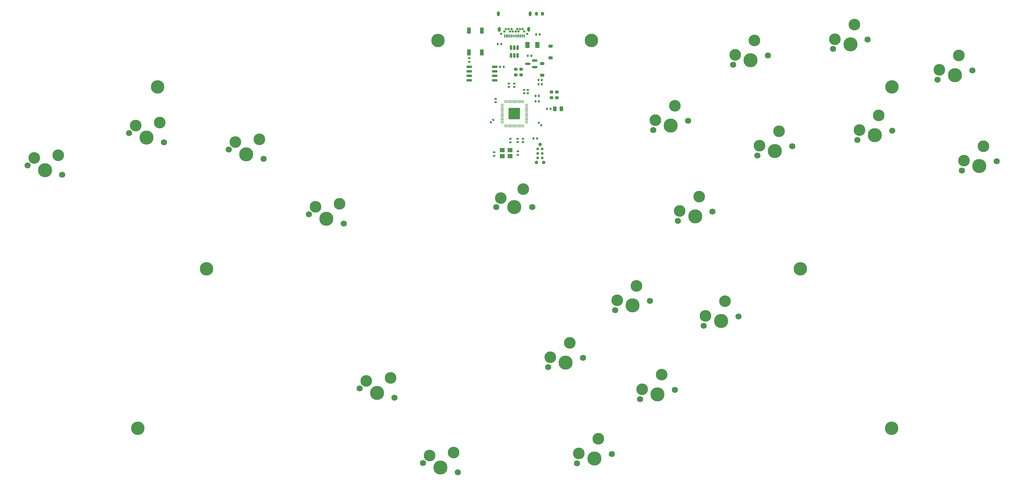
<source format=gts>
G04 #@! TF.GenerationSoftware,KiCad,Pcbnew,(7.0.0)*
G04 #@! TF.CreationDate,2023-03-17T02:18:55-07:00*
G04 #@! TF.ProjectId,OpenRectangle,4f70656e-5265-4637-9461-6e676c652e6b,rev?*
G04 #@! TF.SameCoordinates,Original*
G04 #@! TF.FileFunction,Soldermask,Top*
G04 #@! TF.FilePolarity,Negative*
%FSLAX46Y46*%
G04 Gerber Fmt 4.6, Leading zero omitted, Abs format (unit mm)*
G04 Created by KiCad (PCBNEW (7.0.0)) date 2023-03-17 02:18:55*
%MOMM*%
%LPD*%
G01*
G04 APERTURE LIST*
G04 Aperture macros list*
%AMRoundRect*
0 Rectangle with rounded corners*
0 $1 Rounding radius*
0 $2 $3 $4 $5 $6 $7 $8 $9 X,Y pos of 4 corners*
0 Add a 4 corners polygon primitive as box body*
4,1,4,$2,$3,$4,$5,$6,$7,$8,$9,$2,$3,0*
0 Add four circle primitives for the rounded corners*
1,1,$1+$1,$2,$3*
1,1,$1+$1,$4,$5*
1,1,$1+$1,$6,$7*
1,1,$1+$1,$8,$9*
0 Add four rect primitives between the rounded corners*
20,1,$1+$1,$2,$3,$4,$5,0*
20,1,$1+$1,$4,$5,$6,$7,0*
20,1,$1+$1,$6,$7,$8,$9,0*
20,1,$1+$1,$8,$9,$2,$3,0*%
G04 Aperture macros list end*
%ADD10C,3.800000*%
%ADD11C,1.750000*%
%ADD12C,3.987800*%
%ADD13R,1.100000X1.800000*%
%ADD14RoundRect,0.140000X0.170000X-0.140000X0.170000X0.140000X-0.170000X0.140000X-0.170000X-0.140000X0*%
%ADD15RoundRect,0.200000X-0.275000X0.200000X-0.275000X-0.200000X0.275000X-0.200000X0.275000X0.200000X0*%
%ADD16RoundRect,0.150000X0.587500X0.150000X-0.587500X0.150000X-0.587500X-0.150000X0.587500X-0.150000X0*%
%ADD17RoundRect,0.140000X0.140000X0.170000X-0.140000X0.170000X-0.140000X-0.170000X0.140000X-0.170000X0*%
%ADD18RoundRect,0.200000X0.275000X-0.200000X0.275000X0.200000X-0.275000X0.200000X-0.275000X-0.200000X0*%
%ADD19RoundRect,0.135000X-0.135000X-0.185000X0.135000X-0.185000X0.135000X0.185000X-0.135000X0.185000X0*%
%ADD20RoundRect,0.140000X-0.219203X-0.021213X-0.021213X-0.219203X0.219203X0.021213X0.021213X0.219203X0*%
%ADD21RoundRect,0.135000X0.135000X0.185000X-0.135000X0.185000X-0.135000X-0.185000X0.135000X-0.185000X0*%
%ADD22R,1.400000X1.200000*%
%ADD23RoundRect,0.140000X-0.021213X0.219203X-0.219203X0.021213X0.021213X-0.219203X0.219203X-0.021213X0*%
%ADD24RoundRect,0.250000X-0.375000X-0.625000X0.375000X-0.625000X0.375000X0.625000X-0.375000X0.625000X0*%
%ADD25RoundRect,0.225000X0.375000X-0.225000X0.375000X0.225000X-0.375000X0.225000X-0.375000X-0.225000X0*%
%ADD26RoundRect,0.200000X0.200000X0.275000X-0.200000X0.275000X-0.200000X-0.275000X0.200000X-0.275000X0*%
%ADD27RoundRect,0.140000X-0.140000X-0.170000X0.140000X-0.170000X0.140000X0.170000X-0.140000X0.170000X0*%
%ADD28RoundRect,0.243750X0.243750X0.456250X-0.243750X0.456250X-0.243750X-0.456250X0.243750X-0.456250X0*%
%ADD29RoundRect,0.135000X0.185000X-0.135000X0.185000X0.135000X-0.185000X0.135000X-0.185000X-0.135000X0*%
%ADD30RoundRect,0.140000X-0.170000X0.140000X-0.170000X-0.140000X0.170000X-0.140000X0.170000X0.140000X0*%
%ADD31RoundRect,0.135000X-0.185000X0.135000X-0.185000X-0.135000X0.185000X-0.135000X0.185000X0.135000X0*%
%ADD32C,0.990600*%
%ADD33C,0.787400*%
%ADD34RoundRect,0.050000X-0.387500X-0.050000X0.387500X-0.050000X0.387500X0.050000X-0.387500X0.050000X0*%
%ADD35RoundRect,0.050000X-0.050000X-0.387500X0.050000X-0.387500X0.050000X0.387500X-0.050000X0.387500X0*%
%ADD36RoundRect,0.144000X-1.456000X-1.456000X1.456000X-1.456000X1.456000X1.456000X-1.456000X1.456000X0*%
%ADD37RoundRect,0.150000X-0.150000X0.512500X-0.150000X-0.512500X0.150000X-0.512500X0.150000X0.512500X0*%
%ADD38C,0.650000*%
%ADD39R,0.300000X0.900000*%
%ADD40R,0.300000X0.700000*%
%ADD41O,0.800000X1.400000*%
%ADD42RoundRect,0.150000X-0.650000X-0.150000X0.650000X-0.150000X0.650000X0.150000X-0.650000X0.150000X0*%
%ADD43C,3.300000*%
G04 APERTURE END LIST*
D10*
X279275000Y-98760000D03*
X305060000Y-47313383D03*
D11*
X327742471Y-42697106D03*
D12*
X322835568Y-44011907D03*
D11*
X317928665Y-45326708D03*
X254489870Y-82578572D03*
D12*
X249582967Y-83893373D03*
D11*
X244676064Y-85208174D03*
X305158570Y-59663744D03*
D12*
X300251667Y-60978545D03*
D11*
X295344764Y-62293346D03*
X261782026Y-112162746D03*
D12*
X256875123Y-113477547D03*
D11*
X251968220Y-114792348D03*
D13*
X189459999Y-31399999D03*
X189459999Y-37599999D03*
X185759999Y-31399999D03*
X185759999Y-37599999D03*
D10*
X111765000Y-98760000D03*
D14*
X193344750Y-51676018D03*
X193344750Y-50716018D03*
D15*
X209030000Y-48780000D03*
X209030000Y-50430000D03*
D11*
X127836345Y-67688339D03*
D12*
X122929442Y-66373538D03*
D11*
X118022539Y-65058737D03*
X182618206Y-156222187D03*
D12*
X177711303Y-154907386D03*
D11*
X172804400Y-153592585D03*
X71102880Y-72186923D03*
D12*
X66195977Y-70872122D03*
D11*
X61289074Y-69557321D03*
X298262576Y-33994532D03*
D12*
X293355673Y-35309333D03*
D11*
X288448770Y-36624134D03*
D16*
X204290000Y-41770000D03*
X204290000Y-39870000D03*
X202415000Y-40820000D03*
D17*
X203380000Y-38580000D03*
X202420000Y-38580000D03*
D18*
X210570000Y-50430000D03*
X210570000Y-48780000D03*
D19*
X207820000Y-53510000D03*
X208840000Y-53510000D03*
D11*
X276999756Y-64128928D03*
D12*
X272092853Y-65443729D03*
D11*
X267185950Y-66758530D03*
X217983085Y-123898637D03*
D12*
X213076182Y-125213438D03*
D11*
X208169279Y-126528239D03*
D20*
X205546589Y-57476482D03*
X206225411Y-58155304D03*
D21*
X194940000Y-35230000D03*
X193920000Y-35230000D03*
D10*
X92395000Y-143800000D03*
D22*
X197393999Y-65189249D03*
X195193999Y-65189249D03*
X195193999Y-66889249D03*
X197393999Y-66889249D03*
D23*
X192668161Y-56698607D03*
X191989339Y-57377429D03*
D11*
X203658500Y-81326866D03*
D12*
X198578500Y-81326866D03*
D11*
X193498500Y-81326866D03*
D14*
X199567750Y-66535018D03*
X199567750Y-65575018D03*
D24*
X202310000Y-35460000D03*
X205110000Y-35460000D03*
D25*
X208830000Y-39130000D03*
X208830000Y-35830000D03*
D26*
X206520000Y-26720000D03*
X204870000Y-26720000D03*
D17*
X206400000Y-45425000D03*
X205440000Y-45425000D03*
D27*
X205440000Y-46625000D03*
X206400000Y-46625000D03*
D28*
X211895000Y-53500000D03*
X210020000Y-53500000D03*
D14*
X201345750Y-49136018D03*
X201345750Y-48176018D03*
D29*
X197437000Y-62993250D03*
X197437000Y-61973250D03*
D30*
X200993000Y-62003250D03*
X200993000Y-62963250D03*
D27*
X204577000Y-49910250D03*
X205537000Y-49910250D03*
D11*
X247594135Y-56910326D03*
D12*
X242687232Y-58225127D03*
D11*
X237780329Y-59539928D03*
D14*
X202361750Y-49136018D03*
X202361750Y-48176018D03*
D27*
X194620000Y-41640000D03*
X195580000Y-41640000D03*
D30*
X192865000Y-65829018D03*
X192865000Y-66789018D03*
D11*
X236815468Y-107794159D03*
D12*
X231908565Y-109108960D03*
D11*
X227001662Y-110423761D03*
X164784598Y-135118417D03*
D12*
X159877695Y-133803616D03*
D11*
X154970792Y-132488815D03*
D15*
X200540000Y-42315000D03*
X200540000Y-43965000D03*
D11*
X150458438Y-85927864D03*
D12*
X145551535Y-84613063D03*
D11*
X140644632Y-83298262D03*
D31*
X185850000Y-39210000D03*
X185850000Y-40230000D03*
D10*
X98000000Y-47313383D03*
D11*
X270103762Y-38459716D03*
D12*
X265196859Y-39774517D03*
D11*
X260289956Y-41089318D03*
X99741012Y-62982380D03*
D12*
X94834109Y-61667579D03*
D11*
X89927206Y-60352778D03*
D15*
X199010000Y-42315000D03*
X199010000Y-43965000D03*
D14*
X198580000Y-47342250D03*
X198580000Y-46382250D03*
D32*
X205850000Y-63580000D03*
X206866000Y-68660000D03*
X204834000Y-68660000D03*
D33*
X205215000Y-64850000D03*
X206485000Y-64850000D03*
X205215000Y-66120000D03*
X206485000Y-66120000D03*
X205215000Y-67390000D03*
X206485000Y-67390000D03*
D25*
X206450000Y-44060000D03*
X206450000Y-40760000D03*
D10*
X304995000Y-143800000D03*
D30*
X199469000Y-62003250D03*
X199469000Y-62963250D03*
D11*
X226054357Y-151021034D03*
D12*
X221147454Y-152335835D03*
D11*
X216240551Y-153650636D03*
D34*
X195142500Y-52295000D03*
X195142500Y-52695000D03*
X195142500Y-53095000D03*
X195142500Y-53495000D03*
X195142500Y-53895000D03*
X195142500Y-54295000D03*
X195142500Y-54695000D03*
X195142500Y-55095000D03*
X195142500Y-55495000D03*
X195142500Y-55895000D03*
X195142500Y-56295000D03*
X195142500Y-56695000D03*
X195142500Y-57095000D03*
X195142500Y-57495000D03*
D35*
X195980000Y-58332500D03*
X196380000Y-58332500D03*
X196780000Y-58332500D03*
X197180000Y-58332500D03*
X197580000Y-58332500D03*
X197980000Y-58332500D03*
X198380000Y-58332500D03*
X198780000Y-58332500D03*
X199180000Y-58332500D03*
X199580000Y-58332500D03*
X199980000Y-58332500D03*
X200380000Y-58332500D03*
X200780000Y-58332500D03*
X201180000Y-58332500D03*
D34*
X202017500Y-57495000D03*
X202017500Y-57095000D03*
X202017500Y-56695000D03*
X202017500Y-56295000D03*
X202017500Y-55895000D03*
X202017500Y-55495000D03*
X202017500Y-55095000D03*
X202017500Y-54695000D03*
X202017500Y-54295000D03*
X202017500Y-53895000D03*
X202017500Y-53495000D03*
X202017500Y-53095000D03*
X202017500Y-52695000D03*
X202017500Y-52295000D03*
D35*
X201180000Y-51457500D03*
X200780000Y-51457500D03*
X200380000Y-51457500D03*
X199980000Y-51457500D03*
X199580000Y-51457500D03*
X199180000Y-51457500D03*
X198780000Y-51457500D03*
X198380000Y-51457500D03*
X197980000Y-51457500D03*
X197580000Y-51457500D03*
X197180000Y-51457500D03*
X196780000Y-51457500D03*
X196380000Y-51457500D03*
X195980000Y-51457500D03*
D36*
X198580000Y-54895000D03*
D14*
X197056000Y-47342250D03*
X197056000Y-46382250D03*
D11*
X243886740Y-132916556D03*
D12*
X238979837Y-134231357D03*
D11*
X234072934Y-135546158D03*
D10*
X220290000Y-34240000D03*
X177100000Y-34240000D03*
D11*
X334638465Y-68366318D03*
D12*
X329731562Y-69681119D03*
D11*
X324824659Y-70995920D03*
D21*
X205010000Y-61930000D03*
X203990000Y-61930000D03*
D37*
X199530000Y-36212500D03*
X198580000Y-36212500D03*
X197630000Y-36212500D03*
X197630000Y-38487500D03*
X198580000Y-38487500D03*
X199530000Y-38487500D03*
D27*
X204577000Y-51434250D03*
X205537000Y-51434250D03*
D19*
X204750000Y-32570000D03*
X205770000Y-32570000D03*
D38*
X202178500Y-32360000D03*
X194828500Y-32360000D03*
D39*
X201328499Y-32919999D03*
X200828499Y-32919999D03*
X200328499Y-32919999D03*
X199828499Y-32919999D03*
X199328499Y-32919999D03*
D40*
X198828499Y-32919999D03*
X198328499Y-32919999D03*
D39*
X197828499Y-32919999D03*
X197328499Y-32919999D03*
X196828499Y-32919999D03*
X196328499Y-32919999D03*
X195828499Y-32919999D03*
D38*
X195778500Y-31710000D03*
X196178500Y-31010000D03*
X196978500Y-31010000D03*
X197378500Y-31710000D03*
X197778500Y-31010000D03*
X198178500Y-31710000D03*
X198978500Y-31710000D03*
X199378500Y-31010000D03*
X199778500Y-31710000D03*
X200178500Y-31010000D03*
X200978500Y-31010000D03*
X201378500Y-31710000D03*
D41*
X203068499Y-26719999D03*
X202633499Y-31109999D03*
X194373499Y-31109999D03*
X194088499Y-26719999D03*
D42*
X185850000Y-41645000D03*
X185850000Y-42915000D03*
X185850000Y-44185000D03*
X185850000Y-45455000D03*
X193050000Y-45455000D03*
X193050000Y-44185000D03*
X193050000Y-42915000D03*
X193050000Y-41645000D03*
D11*
X71102880Y-72186923D03*
D12*
X66195977Y-70872122D03*
D11*
X61289074Y-69557321D03*
D43*
X63173200Y-67432570D03*
X69964229Y-66622619D03*
D11*
X247594135Y-56910326D03*
D12*
X242687232Y-58225127D03*
D11*
X237780329Y-59539928D03*
D43*
X238349654Y-56757776D03*
X243825883Y-52660823D03*
D11*
X254489870Y-82578572D03*
D12*
X249582967Y-83893373D03*
D11*
X244676064Y-85208174D03*
D43*
X245245389Y-82426022D03*
X250721618Y-78329069D03*
D11*
X203658500Y-81326866D03*
D12*
X198578500Y-81326866D03*
D11*
X193498500Y-81326866D03*
D43*
X194768500Y-78786866D03*
X201118500Y-76246866D03*
D11*
X217983085Y-123898637D03*
D12*
X213076182Y-125213438D03*
D11*
X208169279Y-126528239D03*
D43*
X208738604Y-123746087D03*
X214214833Y-119649134D03*
D11*
X99741012Y-62982380D03*
D12*
X94834109Y-61667579D03*
D11*
X89927206Y-60352778D03*
D43*
X91811332Y-58228027D03*
X98602361Y-57418076D03*
D11*
X261782026Y-112162746D03*
D12*
X256875123Y-113477547D03*
D11*
X251968220Y-114792348D03*
D43*
X252537545Y-112010196D03*
X258013774Y-107913243D03*
D11*
X150458438Y-85927864D03*
D12*
X145551535Y-84613063D03*
D11*
X140644632Y-83298262D03*
D43*
X142528758Y-81173511D03*
X149319787Y-80363560D03*
D11*
X270103762Y-38459716D03*
D12*
X265196859Y-39774517D03*
D11*
X260289956Y-41089318D03*
D43*
X260859281Y-38307166D03*
X266335510Y-34210213D03*
D11*
X127836345Y-67688339D03*
D12*
X122929442Y-66373538D03*
D11*
X118022539Y-65058737D03*
D43*
X119906665Y-62933986D03*
X126697694Y-62124035D03*
D11*
X226054357Y-151021034D03*
D12*
X221147454Y-152335835D03*
D11*
X216240551Y-153650636D03*
D43*
X216809876Y-150868484D03*
X222286105Y-146771531D03*
D11*
X182618206Y-156222187D03*
D12*
X177711303Y-154907386D03*
D11*
X172804400Y-153592585D03*
D43*
X174688526Y-151467834D03*
X181479555Y-150657883D03*
D11*
X164784598Y-135118417D03*
D12*
X159877695Y-133803616D03*
D11*
X154970792Y-132488815D03*
D43*
X156854918Y-130364064D03*
X163645947Y-129554113D03*
D11*
X305158570Y-59663744D03*
D12*
X300251667Y-60978545D03*
D11*
X295344764Y-62293346D03*
D43*
X295914089Y-59511194D03*
X301390318Y-55414241D03*
D11*
X327742471Y-42697106D03*
D12*
X322835568Y-44011907D03*
D11*
X317928665Y-45326708D03*
D43*
X318497990Y-42544556D03*
X323974219Y-38447603D03*
D11*
X243886740Y-132916556D03*
D12*
X238979837Y-134231357D03*
D11*
X234072934Y-135546158D03*
D43*
X234642259Y-132764006D03*
X240118488Y-128667053D03*
D11*
X276999756Y-64128928D03*
D12*
X272092853Y-65443729D03*
D11*
X267185950Y-66758530D03*
D43*
X267755275Y-63976378D03*
X273231504Y-59879425D03*
D11*
X334638465Y-68366318D03*
D12*
X329731562Y-69681119D03*
D11*
X324824659Y-70995920D03*
D43*
X325393984Y-68213768D03*
X330870213Y-64116815D03*
D11*
X298262576Y-33994532D03*
D12*
X293355673Y-35309333D03*
D11*
X288448770Y-36624134D03*
D43*
X289018095Y-33841982D03*
X294494324Y-29745029D03*
D11*
X236815468Y-107794159D03*
D12*
X231908565Y-109108960D03*
D11*
X227001662Y-110423761D03*
D43*
X227570987Y-107641609D03*
X233047216Y-103544656D03*
M02*

</source>
